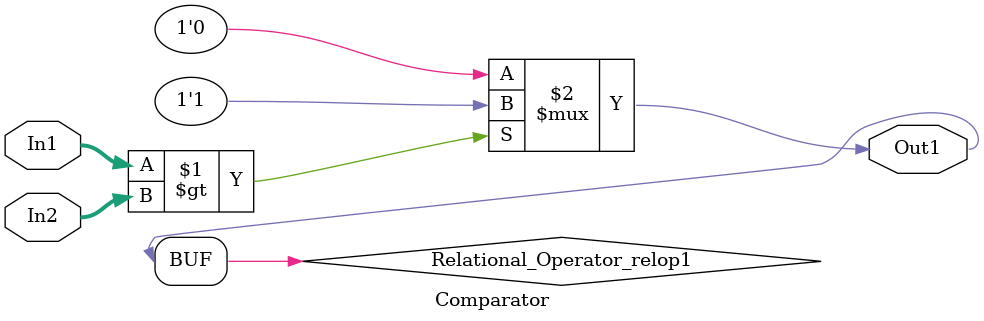
<source format=v>
/*This module is used to compare the input modulating signals
and triangular carrier waves to generate the required IGBT
gate control signals*/



`timescale 1 ns / 1 ns

module Comparator
          (
           In1, //Modulating Signals
           In2, //Triangular waves
           Out1 //IGBT gate control signals
          );


  input   signed [15:0] In1;  // int16
  input   signed [15:0] In2;  // int16
  output  Out1;


  wire Relational_Operator_relop1;


  assign Relational_Operator_relop1 = (In1 > In2 ? 1'b1 :
              1'b0);



  assign Out1 = Relational_Operator_relop1;

endmodule  // Comparator


</source>
